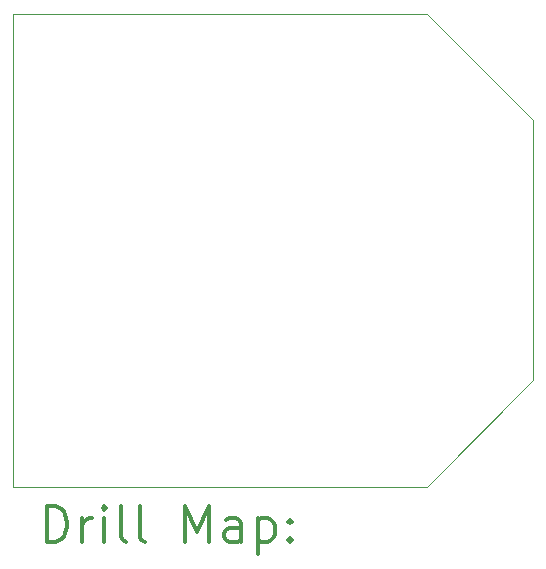
<source format=gbr>
%FSLAX45Y45*%
G04 Gerber Fmt 4.5, Leading zero omitted, Abs format (unit mm)*
G04 Created by KiCad (PCBNEW 5.1.10) date 2021-12-21 05:38:06*
%MOMM*%
%LPD*%
G01*
G04 APERTURE LIST*
%TA.AperFunction,Profile*%
%ADD10C,0.050000*%
%TD*%
%ADD11C,0.200000*%
%ADD12C,0.300000*%
G04 APERTURE END LIST*
D10*
X17400000Y-9200000D02*
X17400000Y-11400000D01*
X16500000Y-8300000D02*
X17400000Y-9200000D01*
X16500000Y-12300000D02*
X17400000Y-11400000D01*
X13000000Y-8300000D02*
X13000000Y-8400000D01*
X16500000Y-8300000D02*
X13000000Y-8300000D01*
X13000000Y-12300000D02*
X16500000Y-12300000D01*
X13000000Y-8400000D02*
X13000000Y-12300000D01*
D11*
D12*
X13283928Y-12768214D02*
X13283928Y-12468214D01*
X13355357Y-12468214D01*
X13398214Y-12482500D01*
X13426786Y-12511071D01*
X13441071Y-12539643D01*
X13455357Y-12596786D01*
X13455357Y-12639643D01*
X13441071Y-12696786D01*
X13426786Y-12725357D01*
X13398214Y-12753929D01*
X13355357Y-12768214D01*
X13283928Y-12768214D01*
X13583928Y-12768214D02*
X13583928Y-12568214D01*
X13583928Y-12625357D02*
X13598214Y-12596786D01*
X13612500Y-12582500D01*
X13641071Y-12568214D01*
X13669643Y-12568214D01*
X13769643Y-12768214D02*
X13769643Y-12568214D01*
X13769643Y-12468214D02*
X13755357Y-12482500D01*
X13769643Y-12496786D01*
X13783928Y-12482500D01*
X13769643Y-12468214D01*
X13769643Y-12496786D01*
X13955357Y-12768214D02*
X13926786Y-12753929D01*
X13912500Y-12725357D01*
X13912500Y-12468214D01*
X14112500Y-12768214D02*
X14083928Y-12753929D01*
X14069643Y-12725357D01*
X14069643Y-12468214D01*
X14455357Y-12768214D02*
X14455357Y-12468214D01*
X14555357Y-12682500D01*
X14655357Y-12468214D01*
X14655357Y-12768214D01*
X14926786Y-12768214D02*
X14926786Y-12611071D01*
X14912500Y-12582500D01*
X14883928Y-12568214D01*
X14826786Y-12568214D01*
X14798214Y-12582500D01*
X14926786Y-12753929D02*
X14898214Y-12768214D01*
X14826786Y-12768214D01*
X14798214Y-12753929D01*
X14783928Y-12725357D01*
X14783928Y-12696786D01*
X14798214Y-12668214D01*
X14826786Y-12653929D01*
X14898214Y-12653929D01*
X14926786Y-12639643D01*
X15069643Y-12568214D02*
X15069643Y-12868214D01*
X15069643Y-12582500D02*
X15098214Y-12568214D01*
X15155357Y-12568214D01*
X15183928Y-12582500D01*
X15198214Y-12596786D01*
X15212500Y-12625357D01*
X15212500Y-12711071D01*
X15198214Y-12739643D01*
X15183928Y-12753929D01*
X15155357Y-12768214D01*
X15098214Y-12768214D01*
X15069643Y-12753929D01*
X15341071Y-12739643D02*
X15355357Y-12753929D01*
X15341071Y-12768214D01*
X15326786Y-12753929D01*
X15341071Y-12739643D01*
X15341071Y-12768214D01*
X15341071Y-12582500D02*
X15355357Y-12596786D01*
X15341071Y-12611071D01*
X15326786Y-12596786D01*
X15341071Y-12582500D01*
X15341071Y-12611071D01*
M02*

</source>
